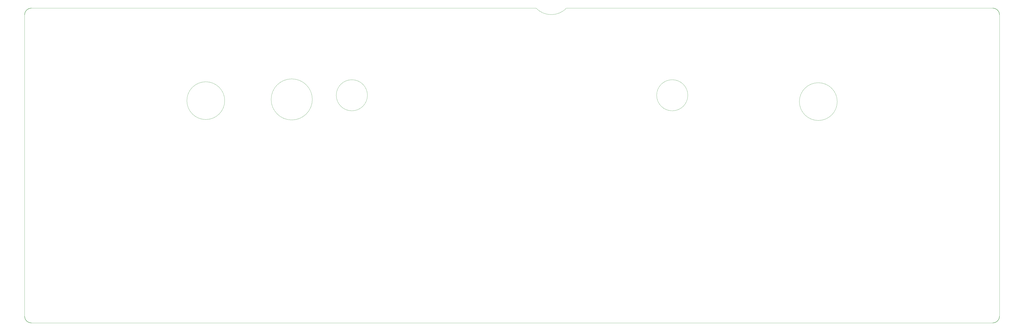
<source format=gbr>
%TF.GenerationSoftware,KiCad,Pcbnew,5.99.0-unknown-ae51e60f70~131~ubuntu21.10.1*%
%TF.CreationDate,2021-09-30T00:30:23-04:00*%
%TF.ProjectId,aek,61656b2e-6b69-4636-9164-5f7063625858,rev?*%
%TF.SameCoordinates,Original*%
%TF.FileFunction,Profile,NP*%
%FSLAX46Y46*%
G04 Gerber Fmt 4.6, Leading zero omitted, Abs format (unit mm)*
G04 Created by KiCad (PCBNEW 5.99.0-unknown-ae51e60f70~131~ubuntu21.10.1) date 2021-09-30 00:30:23*
%MOMM*%
%LPD*%
G01*
G04 APERTURE LIST*
%TA.AperFunction,Profile*%
%ADD10C,0.150000*%
%TD*%
%TA.AperFunction,Profile*%
%ADD11C,0.050000*%
%TD*%
G04 APERTURE END LIST*
D10*
X456882500Y-153432000D02*
G75*
G02*
X453834500Y-156480000I-3048000J0D01*
G01*
X18986500Y-17780000D02*
G75*
G02*
X22034500Y-14732000I3048000J0D01*
G01*
X22034500Y-156480000D02*
G75*
G02*
X18986500Y-153432000I0J3048000D01*
G01*
D11*
X22034500Y-156480000D02*
X453834500Y-156480000D01*
X456882500Y-153432000D02*
X456882500Y-17780000D01*
X18986500Y-17780000D02*
X18986500Y-153432000D01*
X172986500Y-53980000D02*
G75*
G03*
X172986500Y-53980000I-7000000J0D01*
G01*
X148236500Y-55850000D02*
G75*
G03*
X148236500Y-55850000I-9250000J0D01*
G01*
X248692001Y-14731999D02*
X22034500Y-14732000D01*
X262407999Y-14731999D02*
X453834500Y-14732000D01*
X108885512Y-56400000D02*
G75*
G03*
X108885512Y-56400000I-8500000J0D01*
G01*
X262407998Y-14731999D02*
G75*
G02*
X248692001Y-14731999I-6857998J6496633D01*
G01*
X316886500Y-53980000D02*
G75*
G03*
X316886500Y-53980000I-7000000J0D01*
G01*
X383985512Y-56830000D02*
G75*
G03*
X383985512Y-56830000I-8500000J0D01*
G01*
D10*
X453834500Y-14732000D02*
G75*
G02*
X456882500Y-17780000I0J-3048000D01*
G01*
M02*

</source>
